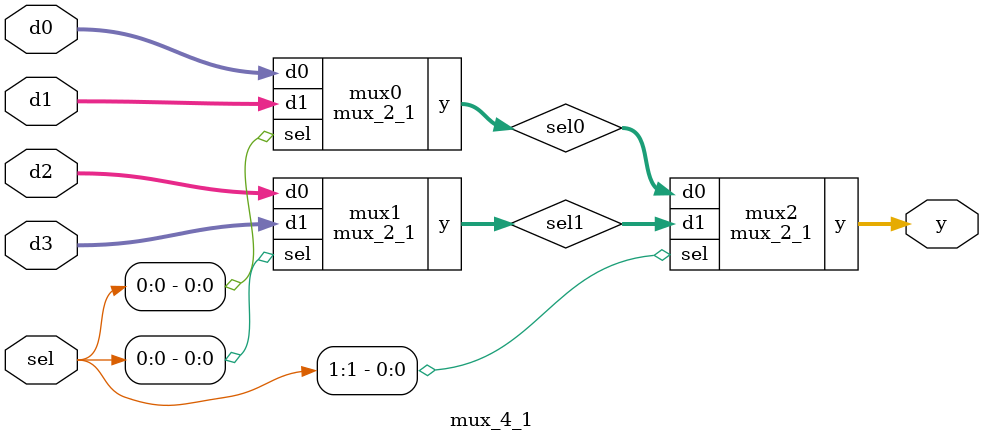
<source format=sv>

module mux_2_1
(
  input  [3:0] d0, d1,
  input        sel,
  output [3:0] y
);

  assign y = sel ? d1 : d0;

endmodule

//----------------------------------------------------------------------------
// Task
//----------------------------------------------------------------------------

module mux_4_1
(
  input  [3:0] d0, d1, d2, d3,
  input  [1:0] sel,
  output [3:0] y
);

  // Task:
  // Implement mux_4_1 using three instances of mux_2_1

  wire [3:0] sel0;
  wire [3:0] sel1;
  
  mux_2_1 mux0 (
    .d0 (d0),
    .d1 (d1),
    .sel (sel[0]),
    .y (sel0)
  );
  
  mux_2_1 mux1(
    .d0 (d2),
    .d1 (d3),
    .sel (sel[0]),
    .y (sel1)
  );
  
  mux_2_1 mux2(
    .d0 (sel0),
    .d1 (sel1),
    .sel (sel[1]),
    .y (y)
  );
  

endmodule

</source>
